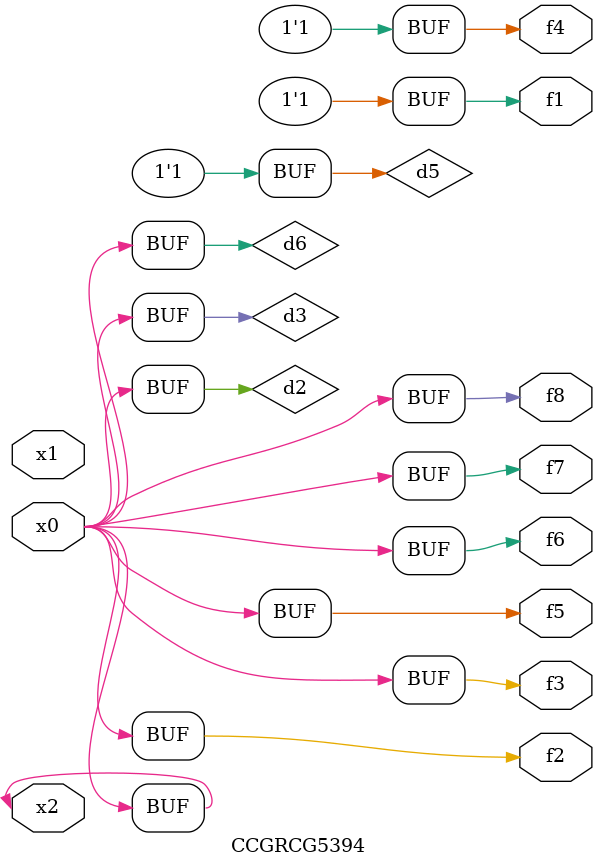
<source format=v>
module CCGRCG5394(
	input x0, x1, x2,
	output f1, f2, f3, f4, f5, f6, f7, f8
);

	wire d1, d2, d3, d4, d5, d6;

	xnor (d1, x2);
	buf (d2, x0, x2);
	and (d3, x0);
	xnor (d4, x1, x2);
	nand (d5, d1, d3);
	buf (d6, d2, d3);
	assign f1 = d5;
	assign f2 = d6;
	assign f3 = d6;
	assign f4 = d5;
	assign f5 = d6;
	assign f6 = d6;
	assign f7 = d6;
	assign f8 = d6;
endmodule

</source>
